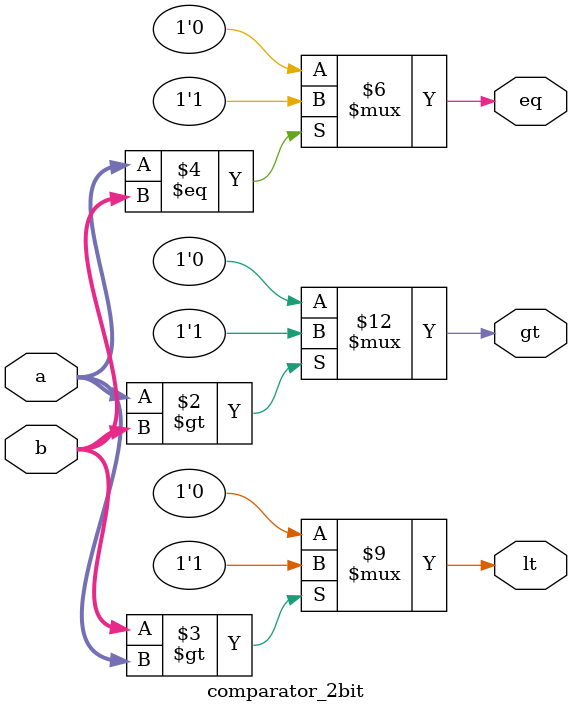
<source format=v>
module comparator_2bit(a, b, gt, eq, lt);
	input [1:0] a,b; //Declare a and b as 2 bit variables
	output reg gt, eq, lt;
	//Behavioral Style
	always@(*) begin	
		//Initialise the output registers to 0 otherwise they can take garbage values.
		gt = 0;
		lt = 0;
		eq = 0;
		if (a > b)  gt = 1;
		if (b > a)  lt = 1;
		if ( a == b)  eq = 1;
	end
endmodule 

</source>
